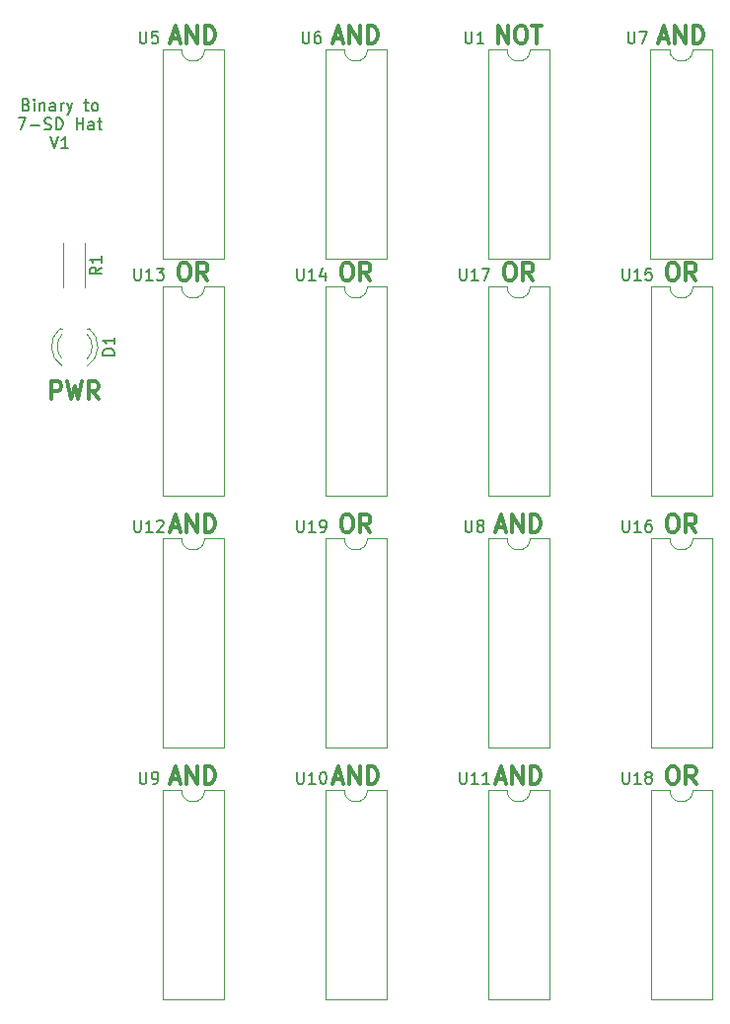
<source format=gto>
%TF.GenerationSoftware,KiCad,Pcbnew,(6.0.9)*%
%TF.CreationDate,2025-05-26T15:32:57-04:00*%
%TF.ProjectId,Seven Segment Display,53657665-6e20-4536-9567-6d656e742044,1*%
%TF.SameCoordinates,Original*%
%TF.FileFunction,Legend,Top*%
%TF.FilePolarity,Positive*%
%FSLAX46Y46*%
G04 Gerber Fmt 4.6, Leading zero omitted, Abs format (unit mm)*
G04 Created by KiCad (PCBNEW (6.0.9)) date 2025-05-26 15:32:57*
%MOMM*%
%LPD*%
G01*
G04 APERTURE LIST*
%ADD10C,0.300000*%
%ADD11C,0.150000*%
%ADD12C,0.120000*%
%ADD13R,1.600000X1.600000*%
%ADD14O,1.600000X1.600000*%
%ADD15C,1.400000*%
%ADD16O,1.400000X1.400000*%
%ADD17R,1.800000X1.800000*%
%ADD18C,1.800000*%
%ADD19R,1.700000X1.700000*%
%ADD20O,1.700000X1.700000*%
G04 APERTURE END LIST*
D10*
X64147142Y-108200000D02*
X64861428Y-108200000D01*
X64004285Y-108628571D02*
X64504285Y-107128571D01*
X65004285Y-108628571D01*
X65504285Y-108628571D02*
X65504285Y-107128571D01*
X66361428Y-108628571D01*
X66361428Y-107128571D01*
X67075714Y-108628571D02*
X67075714Y-107128571D01*
X67432857Y-107128571D01*
X67647142Y-107200000D01*
X67790000Y-107342857D01*
X67861428Y-107485714D01*
X67932857Y-107771428D01*
X67932857Y-107985714D01*
X67861428Y-108271428D01*
X67790000Y-108414285D01*
X67647142Y-108557142D01*
X67432857Y-108628571D01*
X67075714Y-108628571D01*
X78117142Y-108200000D02*
X78831428Y-108200000D01*
X77974285Y-108628571D02*
X78474285Y-107128571D01*
X78974285Y-108628571D01*
X79474285Y-108628571D02*
X79474285Y-107128571D01*
X80331428Y-108628571D01*
X80331428Y-107128571D01*
X81045714Y-108628571D02*
X81045714Y-107128571D01*
X81402857Y-107128571D01*
X81617142Y-107200000D01*
X81760000Y-107342857D01*
X81831428Y-107485714D01*
X81902857Y-107771428D01*
X81902857Y-107985714D01*
X81831428Y-108271428D01*
X81760000Y-108414285D01*
X81617142Y-108557142D01*
X81402857Y-108628571D01*
X81045714Y-108628571D01*
X92087142Y-108200000D02*
X92801428Y-108200000D01*
X91944285Y-108628571D02*
X92444285Y-107128571D01*
X92944285Y-108628571D01*
X93444285Y-108628571D02*
X93444285Y-107128571D01*
X94301428Y-108628571D01*
X94301428Y-107128571D01*
X95015714Y-108628571D02*
X95015714Y-107128571D01*
X95372857Y-107128571D01*
X95587142Y-107200000D01*
X95730000Y-107342857D01*
X95801428Y-107485714D01*
X95872857Y-107771428D01*
X95872857Y-107985714D01*
X95801428Y-108271428D01*
X95730000Y-108414285D01*
X95587142Y-108557142D01*
X95372857Y-108628571D01*
X95015714Y-108628571D01*
X107067142Y-107128571D02*
X107352857Y-107128571D01*
X107495714Y-107200000D01*
X107638571Y-107342857D01*
X107710000Y-107628571D01*
X107710000Y-108128571D01*
X107638571Y-108414285D01*
X107495714Y-108557142D01*
X107352857Y-108628571D01*
X107067142Y-108628571D01*
X106924285Y-108557142D01*
X106781428Y-108414285D01*
X106710000Y-108128571D01*
X106710000Y-107628571D01*
X106781428Y-107342857D01*
X106924285Y-107200000D01*
X107067142Y-107128571D01*
X109210000Y-108628571D02*
X108710000Y-107914285D01*
X108352857Y-108628571D02*
X108352857Y-107128571D01*
X108924285Y-107128571D01*
X109067142Y-107200000D01*
X109138571Y-107271428D01*
X109210000Y-107414285D01*
X109210000Y-107628571D01*
X109138571Y-107771428D01*
X109067142Y-107842857D01*
X108924285Y-107914285D01*
X108352857Y-107914285D01*
X64147142Y-86610000D02*
X64861428Y-86610000D01*
X64004285Y-87038571D02*
X64504285Y-85538571D01*
X65004285Y-87038571D01*
X65504285Y-87038571D02*
X65504285Y-85538571D01*
X66361428Y-87038571D01*
X66361428Y-85538571D01*
X67075714Y-87038571D02*
X67075714Y-85538571D01*
X67432857Y-85538571D01*
X67647142Y-85610000D01*
X67790000Y-85752857D01*
X67861428Y-85895714D01*
X67932857Y-86181428D01*
X67932857Y-86395714D01*
X67861428Y-86681428D01*
X67790000Y-86824285D01*
X67647142Y-86967142D01*
X67432857Y-87038571D01*
X67075714Y-87038571D01*
X79117142Y-85538571D02*
X79402857Y-85538571D01*
X79545714Y-85610000D01*
X79688571Y-85752857D01*
X79760000Y-86038571D01*
X79760000Y-86538571D01*
X79688571Y-86824285D01*
X79545714Y-86967142D01*
X79402857Y-87038571D01*
X79117142Y-87038571D01*
X78974285Y-86967142D01*
X78831428Y-86824285D01*
X78760000Y-86538571D01*
X78760000Y-86038571D01*
X78831428Y-85752857D01*
X78974285Y-85610000D01*
X79117142Y-85538571D01*
X81260000Y-87038571D02*
X80760000Y-86324285D01*
X80402857Y-87038571D02*
X80402857Y-85538571D01*
X80974285Y-85538571D01*
X81117142Y-85610000D01*
X81188571Y-85681428D01*
X81260000Y-85824285D01*
X81260000Y-86038571D01*
X81188571Y-86181428D01*
X81117142Y-86252857D01*
X80974285Y-86324285D01*
X80402857Y-86324285D01*
X92087142Y-86610000D02*
X92801428Y-86610000D01*
X91944285Y-87038571D02*
X92444285Y-85538571D01*
X92944285Y-87038571D01*
X93444285Y-87038571D02*
X93444285Y-85538571D01*
X94301428Y-87038571D01*
X94301428Y-85538571D01*
X95015714Y-87038571D02*
X95015714Y-85538571D01*
X95372857Y-85538571D01*
X95587142Y-85610000D01*
X95730000Y-85752857D01*
X95801428Y-85895714D01*
X95872857Y-86181428D01*
X95872857Y-86395714D01*
X95801428Y-86681428D01*
X95730000Y-86824285D01*
X95587142Y-86967142D01*
X95372857Y-87038571D01*
X95015714Y-87038571D01*
X107057142Y-85538571D02*
X107342857Y-85538571D01*
X107485714Y-85610000D01*
X107628571Y-85752857D01*
X107700000Y-86038571D01*
X107700000Y-86538571D01*
X107628571Y-86824285D01*
X107485714Y-86967142D01*
X107342857Y-87038571D01*
X107057142Y-87038571D01*
X106914285Y-86967142D01*
X106771428Y-86824285D01*
X106700000Y-86538571D01*
X106700000Y-86038571D01*
X106771428Y-85752857D01*
X106914285Y-85610000D01*
X107057142Y-85538571D01*
X109200000Y-87038571D02*
X108700000Y-86324285D01*
X108342857Y-87038571D02*
X108342857Y-85538571D01*
X108914285Y-85538571D01*
X109057142Y-85610000D01*
X109128571Y-85681428D01*
X109200000Y-85824285D01*
X109200000Y-86038571D01*
X109128571Y-86181428D01*
X109057142Y-86252857D01*
X108914285Y-86324285D01*
X108342857Y-86324285D01*
X107057142Y-63948571D02*
X107342857Y-63948571D01*
X107485714Y-64020000D01*
X107628571Y-64162857D01*
X107700000Y-64448571D01*
X107700000Y-64948571D01*
X107628571Y-65234285D01*
X107485714Y-65377142D01*
X107342857Y-65448571D01*
X107057142Y-65448571D01*
X106914285Y-65377142D01*
X106771428Y-65234285D01*
X106700000Y-64948571D01*
X106700000Y-64448571D01*
X106771428Y-64162857D01*
X106914285Y-64020000D01*
X107057142Y-63948571D01*
X109200000Y-65448571D02*
X108700000Y-64734285D01*
X108342857Y-65448571D02*
X108342857Y-63948571D01*
X108914285Y-63948571D01*
X109057142Y-64020000D01*
X109128571Y-64091428D01*
X109200000Y-64234285D01*
X109200000Y-64448571D01*
X109128571Y-64591428D01*
X109057142Y-64662857D01*
X108914285Y-64734285D01*
X108342857Y-64734285D01*
X93087142Y-63948571D02*
X93372857Y-63948571D01*
X93515714Y-64020000D01*
X93658571Y-64162857D01*
X93730000Y-64448571D01*
X93730000Y-64948571D01*
X93658571Y-65234285D01*
X93515714Y-65377142D01*
X93372857Y-65448571D01*
X93087142Y-65448571D01*
X92944285Y-65377142D01*
X92801428Y-65234285D01*
X92730000Y-64948571D01*
X92730000Y-64448571D01*
X92801428Y-64162857D01*
X92944285Y-64020000D01*
X93087142Y-63948571D01*
X95230000Y-65448571D02*
X94730000Y-64734285D01*
X94372857Y-65448571D02*
X94372857Y-63948571D01*
X94944285Y-63948571D01*
X95087142Y-64020000D01*
X95158571Y-64091428D01*
X95230000Y-64234285D01*
X95230000Y-64448571D01*
X95158571Y-64591428D01*
X95087142Y-64662857D01*
X94944285Y-64734285D01*
X94372857Y-64734285D01*
X79117142Y-63948571D02*
X79402857Y-63948571D01*
X79545714Y-64020000D01*
X79688571Y-64162857D01*
X79760000Y-64448571D01*
X79760000Y-64948571D01*
X79688571Y-65234285D01*
X79545714Y-65377142D01*
X79402857Y-65448571D01*
X79117142Y-65448571D01*
X78974285Y-65377142D01*
X78831428Y-65234285D01*
X78760000Y-64948571D01*
X78760000Y-64448571D01*
X78831428Y-64162857D01*
X78974285Y-64020000D01*
X79117142Y-63948571D01*
X81260000Y-65448571D02*
X80760000Y-64734285D01*
X80402857Y-65448571D02*
X80402857Y-63948571D01*
X80974285Y-63948571D01*
X81117142Y-64020000D01*
X81188571Y-64091428D01*
X81260000Y-64234285D01*
X81260000Y-64448571D01*
X81188571Y-64591428D01*
X81117142Y-64662857D01*
X80974285Y-64734285D01*
X80402857Y-64734285D01*
X65147142Y-63948571D02*
X65432857Y-63948571D01*
X65575714Y-64020000D01*
X65718571Y-64162857D01*
X65790000Y-64448571D01*
X65790000Y-64948571D01*
X65718571Y-65234285D01*
X65575714Y-65377142D01*
X65432857Y-65448571D01*
X65147142Y-65448571D01*
X65004285Y-65377142D01*
X64861428Y-65234285D01*
X64790000Y-64948571D01*
X64790000Y-64448571D01*
X64861428Y-64162857D01*
X65004285Y-64020000D01*
X65147142Y-63948571D01*
X67290000Y-65448571D02*
X66790000Y-64734285D01*
X66432857Y-65448571D02*
X66432857Y-63948571D01*
X67004285Y-63948571D01*
X67147142Y-64020000D01*
X67218571Y-64091428D01*
X67290000Y-64234285D01*
X67290000Y-64448571D01*
X67218571Y-64591428D01*
X67147142Y-64662857D01*
X67004285Y-64734285D01*
X66432857Y-64734285D01*
X92194285Y-45128571D02*
X92194285Y-43628571D01*
X93051428Y-45128571D01*
X93051428Y-43628571D01*
X94051428Y-43628571D02*
X94337142Y-43628571D01*
X94480000Y-43700000D01*
X94622857Y-43842857D01*
X94694285Y-44128571D01*
X94694285Y-44628571D01*
X94622857Y-44914285D01*
X94480000Y-45057142D01*
X94337142Y-45128571D01*
X94051428Y-45128571D01*
X93908571Y-45057142D01*
X93765714Y-44914285D01*
X93694285Y-44628571D01*
X93694285Y-44128571D01*
X93765714Y-43842857D01*
X93908571Y-43700000D01*
X94051428Y-43628571D01*
X95122857Y-43628571D02*
X95980000Y-43628571D01*
X95551428Y-45128571D02*
X95551428Y-43628571D01*
X106057142Y-44700000D02*
X106771428Y-44700000D01*
X105914285Y-45128571D02*
X106414285Y-43628571D01*
X106914285Y-45128571D01*
X107414285Y-45128571D02*
X107414285Y-43628571D01*
X108271428Y-45128571D01*
X108271428Y-43628571D01*
X108985714Y-45128571D02*
X108985714Y-43628571D01*
X109342857Y-43628571D01*
X109557142Y-43700000D01*
X109700000Y-43842857D01*
X109771428Y-43985714D01*
X109842857Y-44271428D01*
X109842857Y-44485714D01*
X109771428Y-44771428D01*
X109700000Y-44914285D01*
X109557142Y-45057142D01*
X109342857Y-45128571D01*
X108985714Y-45128571D01*
X78117142Y-44700000D02*
X78831428Y-44700000D01*
X77974285Y-45128571D02*
X78474285Y-43628571D01*
X78974285Y-45128571D01*
X79474285Y-45128571D02*
X79474285Y-43628571D01*
X80331428Y-45128571D01*
X80331428Y-43628571D01*
X81045714Y-45128571D02*
X81045714Y-43628571D01*
X81402857Y-43628571D01*
X81617142Y-43700000D01*
X81760000Y-43842857D01*
X81831428Y-43985714D01*
X81902857Y-44271428D01*
X81902857Y-44485714D01*
X81831428Y-44771428D01*
X81760000Y-44914285D01*
X81617142Y-45057142D01*
X81402857Y-45128571D01*
X81045714Y-45128571D01*
X64147142Y-44700000D02*
X64861428Y-44700000D01*
X64004285Y-45128571D02*
X64504285Y-43628571D01*
X65004285Y-45128571D01*
X65504285Y-45128571D02*
X65504285Y-43628571D01*
X66361428Y-45128571D01*
X66361428Y-43628571D01*
X67075714Y-45128571D02*
X67075714Y-43628571D01*
X67432857Y-43628571D01*
X67647142Y-43700000D01*
X67790000Y-43842857D01*
X67861428Y-43985714D01*
X67932857Y-44271428D01*
X67932857Y-44485714D01*
X67861428Y-44771428D01*
X67790000Y-44914285D01*
X67647142Y-45057142D01*
X67432857Y-45128571D01*
X67075714Y-45128571D01*
D11*
X51729047Y-50388571D02*
X51871904Y-50436190D01*
X51919523Y-50483809D01*
X51967142Y-50579047D01*
X51967142Y-50721904D01*
X51919523Y-50817142D01*
X51871904Y-50864761D01*
X51776666Y-50912380D01*
X51395714Y-50912380D01*
X51395714Y-49912380D01*
X51729047Y-49912380D01*
X51824285Y-49960000D01*
X51871904Y-50007619D01*
X51919523Y-50102857D01*
X51919523Y-50198095D01*
X51871904Y-50293333D01*
X51824285Y-50340952D01*
X51729047Y-50388571D01*
X51395714Y-50388571D01*
X52395714Y-50912380D02*
X52395714Y-50245714D01*
X52395714Y-49912380D02*
X52348095Y-49960000D01*
X52395714Y-50007619D01*
X52443333Y-49960000D01*
X52395714Y-49912380D01*
X52395714Y-50007619D01*
X52871904Y-50245714D02*
X52871904Y-50912380D01*
X52871904Y-50340952D02*
X52919523Y-50293333D01*
X53014761Y-50245714D01*
X53157619Y-50245714D01*
X53252857Y-50293333D01*
X53300476Y-50388571D01*
X53300476Y-50912380D01*
X54205238Y-50912380D02*
X54205238Y-50388571D01*
X54157619Y-50293333D01*
X54062380Y-50245714D01*
X53871904Y-50245714D01*
X53776666Y-50293333D01*
X54205238Y-50864761D02*
X54110000Y-50912380D01*
X53871904Y-50912380D01*
X53776666Y-50864761D01*
X53729047Y-50769523D01*
X53729047Y-50674285D01*
X53776666Y-50579047D01*
X53871904Y-50531428D01*
X54110000Y-50531428D01*
X54205238Y-50483809D01*
X54681428Y-50912380D02*
X54681428Y-50245714D01*
X54681428Y-50436190D02*
X54729047Y-50340952D01*
X54776666Y-50293333D01*
X54871904Y-50245714D01*
X54967142Y-50245714D01*
X55205238Y-50245714D02*
X55443333Y-50912380D01*
X55681428Y-50245714D02*
X55443333Y-50912380D01*
X55348095Y-51150476D01*
X55300476Y-51198095D01*
X55205238Y-51245714D01*
X56681428Y-50245714D02*
X57062380Y-50245714D01*
X56824285Y-49912380D02*
X56824285Y-50769523D01*
X56871904Y-50864761D01*
X56967142Y-50912380D01*
X57062380Y-50912380D01*
X57538571Y-50912380D02*
X57443333Y-50864761D01*
X57395714Y-50817142D01*
X57348095Y-50721904D01*
X57348095Y-50436190D01*
X57395714Y-50340952D01*
X57443333Y-50293333D01*
X57538571Y-50245714D01*
X57681428Y-50245714D01*
X57776666Y-50293333D01*
X57824285Y-50340952D01*
X57871904Y-50436190D01*
X57871904Y-50721904D01*
X57824285Y-50817142D01*
X57776666Y-50864761D01*
X57681428Y-50912380D01*
X57538571Y-50912380D01*
X51038571Y-51522380D02*
X51705238Y-51522380D01*
X51276666Y-52522380D01*
X52086190Y-52141428D02*
X52848095Y-52141428D01*
X53276666Y-52474761D02*
X53419523Y-52522380D01*
X53657619Y-52522380D01*
X53752857Y-52474761D01*
X53800476Y-52427142D01*
X53848095Y-52331904D01*
X53848095Y-52236666D01*
X53800476Y-52141428D01*
X53752857Y-52093809D01*
X53657619Y-52046190D01*
X53467142Y-51998571D01*
X53371904Y-51950952D01*
X53324285Y-51903333D01*
X53276666Y-51808095D01*
X53276666Y-51712857D01*
X53324285Y-51617619D01*
X53371904Y-51570000D01*
X53467142Y-51522380D01*
X53705238Y-51522380D01*
X53848095Y-51570000D01*
X54276666Y-52522380D02*
X54276666Y-51522380D01*
X54514761Y-51522380D01*
X54657619Y-51570000D01*
X54752857Y-51665238D01*
X54800476Y-51760476D01*
X54848095Y-51950952D01*
X54848095Y-52093809D01*
X54800476Y-52284285D01*
X54752857Y-52379523D01*
X54657619Y-52474761D01*
X54514761Y-52522380D01*
X54276666Y-52522380D01*
X56038571Y-52522380D02*
X56038571Y-51522380D01*
X56038571Y-51998571D02*
X56610000Y-51998571D01*
X56610000Y-52522380D02*
X56610000Y-51522380D01*
X57514761Y-52522380D02*
X57514761Y-51998571D01*
X57467142Y-51903333D01*
X57371904Y-51855714D01*
X57181428Y-51855714D01*
X57086190Y-51903333D01*
X57514761Y-52474761D02*
X57419523Y-52522380D01*
X57181428Y-52522380D01*
X57086190Y-52474761D01*
X57038571Y-52379523D01*
X57038571Y-52284285D01*
X57086190Y-52189047D01*
X57181428Y-52141428D01*
X57419523Y-52141428D01*
X57514761Y-52093809D01*
X57848095Y-51855714D02*
X58229047Y-51855714D01*
X57990952Y-51522380D02*
X57990952Y-52379523D01*
X58038571Y-52474761D01*
X58133809Y-52522380D01*
X58229047Y-52522380D01*
X53800476Y-53132380D02*
X54133809Y-54132380D01*
X54467142Y-53132380D01*
X55324285Y-54132380D02*
X54752857Y-54132380D01*
X55038571Y-54132380D02*
X55038571Y-53132380D01*
X54943333Y-53275238D01*
X54848095Y-53370476D01*
X54752857Y-53418095D01*
D10*
X53880000Y-75608571D02*
X53880000Y-74108571D01*
X54451428Y-74108571D01*
X54594285Y-74180000D01*
X54665714Y-74251428D01*
X54737142Y-74394285D01*
X54737142Y-74608571D01*
X54665714Y-74751428D01*
X54594285Y-74822857D01*
X54451428Y-74894285D01*
X53880000Y-74894285D01*
X55237142Y-74108571D02*
X55594285Y-75608571D01*
X55880000Y-74537142D01*
X56165714Y-75608571D01*
X56522857Y-74108571D01*
X57951428Y-75608571D02*
X57451428Y-74894285D01*
X57094285Y-75608571D02*
X57094285Y-74108571D01*
X57665714Y-74108571D01*
X57808571Y-74180000D01*
X57880000Y-74251428D01*
X57951428Y-74394285D01*
X57951428Y-74608571D01*
X57880000Y-74751428D01*
X57808571Y-74822857D01*
X57665714Y-74894285D01*
X57094285Y-74894285D01*
D11*
%TO.C,U19*%
X74961904Y-86017380D02*
X74961904Y-86826904D01*
X75009523Y-86922142D01*
X75057142Y-86969761D01*
X75152380Y-87017380D01*
X75342857Y-87017380D01*
X75438095Y-86969761D01*
X75485714Y-86922142D01*
X75533333Y-86826904D01*
X75533333Y-86017380D01*
X76533333Y-87017380D02*
X75961904Y-87017380D01*
X76247619Y-87017380D02*
X76247619Y-86017380D01*
X76152380Y-86160238D01*
X76057142Y-86255476D01*
X75961904Y-86303095D01*
X77009523Y-87017380D02*
X77200000Y-87017380D01*
X77295238Y-86969761D01*
X77342857Y-86922142D01*
X77438095Y-86779285D01*
X77485714Y-86588809D01*
X77485714Y-86207857D01*
X77438095Y-86112619D01*
X77390476Y-86065000D01*
X77295238Y-86017380D01*
X77104761Y-86017380D01*
X77009523Y-86065000D01*
X76961904Y-86112619D01*
X76914285Y-86207857D01*
X76914285Y-86445952D01*
X76961904Y-86541190D01*
X77009523Y-86588809D01*
X77104761Y-86636428D01*
X77295238Y-86636428D01*
X77390476Y-86588809D01*
X77438095Y-86541190D01*
X77485714Y-86445952D01*
%TO.C,U18*%
X102901904Y-107607380D02*
X102901904Y-108416904D01*
X102949523Y-108512142D01*
X102997142Y-108559761D01*
X103092380Y-108607380D01*
X103282857Y-108607380D01*
X103378095Y-108559761D01*
X103425714Y-108512142D01*
X103473333Y-108416904D01*
X103473333Y-107607380D01*
X104473333Y-108607380D02*
X103901904Y-108607380D01*
X104187619Y-108607380D02*
X104187619Y-107607380D01*
X104092380Y-107750238D01*
X103997142Y-107845476D01*
X103901904Y-107893095D01*
X105044761Y-108035952D02*
X104949523Y-107988333D01*
X104901904Y-107940714D01*
X104854285Y-107845476D01*
X104854285Y-107797857D01*
X104901904Y-107702619D01*
X104949523Y-107655000D01*
X105044761Y-107607380D01*
X105235238Y-107607380D01*
X105330476Y-107655000D01*
X105378095Y-107702619D01*
X105425714Y-107797857D01*
X105425714Y-107845476D01*
X105378095Y-107940714D01*
X105330476Y-107988333D01*
X105235238Y-108035952D01*
X105044761Y-108035952D01*
X104949523Y-108083571D01*
X104901904Y-108131190D01*
X104854285Y-108226428D01*
X104854285Y-108416904D01*
X104901904Y-108512142D01*
X104949523Y-108559761D01*
X105044761Y-108607380D01*
X105235238Y-108607380D01*
X105330476Y-108559761D01*
X105378095Y-108512142D01*
X105425714Y-108416904D01*
X105425714Y-108226428D01*
X105378095Y-108131190D01*
X105330476Y-108083571D01*
X105235238Y-108035952D01*
%TO.C,U17*%
X88931904Y-64427380D02*
X88931904Y-65236904D01*
X88979523Y-65332142D01*
X89027142Y-65379761D01*
X89122380Y-65427380D01*
X89312857Y-65427380D01*
X89408095Y-65379761D01*
X89455714Y-65332142D01*
X89503333Y-65236904D01*
X89503333Y-64427380D01*
X90503333Y-65427380D02*
X89931904Y-65427380D01*
X90217619Y-65427380D02*
X90217619Y-64427380D01*
X90122380Y-64570238D01*
X90027142Y-64665476D01*
X89931904Y-64713095D01*
X90836666Y-64427380D02*
X91503333Y-64427380D01*
X91074761Y-65427380D01*
%TO.C,U16*%
X102901904Y-86017380D02*
X102901904Y-86826904D01*
X102949523Y-86922142D01*
X102997142Y-86969761D01*
X103092380Y-87017380D01*
X103282857Y-87017380D01*
X103378095Y-86969761D01*
X103425714Y-86922142D01*
X103473333Y-86826904D01*
X103473333Y-86017380D01*
X104473333Y-87017380D02*
X103901904Y-87017380D01*
X104187619Y-87017380D02*
X104187619Y-86017380D01*
X104092380Y-86160238D01*
X103997142Y-86255476D01*
X103901904Y-86303095D01*
X105330476Y-86017380D02*
X105140000Y-86017380D01*
X105044761Y-86065000D01*
X104997142Y-86112619D01*
X104901904Y-86255476D01*
X104854285Y-86445952D01*
X104854285Y-86826904D01*
X104901904Y-86922142D01*
X104949523Y-86969761D01*
X105044761Y-87017380D01*
X105235238Y-87017380D01*
X105330476Y-86969761D01*
X105378095Y-86922142D01*
X105425714Y-86826904D01*
X105425714Y-86588809D01*
X105378095Y-86493571D01*
X105330476Y-86445952D01*
X105235238Y-86398333D01*
X105044761Y-86398333D01*
X104949523Y-86445952D01*
X104901904Y-86493571D01*
X104854285Y-86588809D01*
%TO.C,U15*%
X102901904Y-64427380D02*
X102901904Y-65236904D01*
X102949523Y-65332142D01*
X102997142Y-65379761D01*
X103092380Y-65427380D01*
X103282857Y-65427380D01*
X103378095Y-65379761D01*
X103425714Y-65332142D01*
X103473333Y-65236904D01*
X103473333Y-64427380D01*
X104473333Y-65427380D02*
X103901904Y-65427380D01*
X104187619Y-65427380D02*
X104187619Y-64427380D01*
X104092380Y-64570238D01*
X103997142Y-64665476D01*
X103901904Y-64713095D01*
X105378095Y-64427380D02*
X104901904Y-64427380D01*
X104854285Y-64903571D01*
X104901904Y-64855952D01*
X104997142Y-64808333D01*
X105235238Y-64808333D01*
X105330476Y-64855952D01*
X105378095Y-64903571D01*
X105425714Y-64998809D01*
X105425714Y-65236904D01*
X105378095Y-65332142D01*
X105330476Y-65379761D01*
X105235238Y-65427380D01*
X104997142Y-65427380D01*
X104901904Y-65379761D01*
X104854285Y-65332142D01*
%TO.C,U14*%
X74961904Y-64427380D02*
X74961904Y-65236904D01*
X75009523Y-65332142D01*
X75057142Y-65379761D01*
X75152380Y-65427380D01*
X75342857Y-65427380D01*
X75438095Y-65379761D01*
X75485714Y-65332142D01*
X75533333Y-65236904D01*
X75533333Y-64427380D01*
X76533333Y-65427380D02*
X75961904Y-65427380D01*
X76247619Y-65427380D02*
X76247619Y-64427380D01*
X76152380Y-64570238D01*
X76057142Y-64665476D01*
X75961904Y-64713095D01*
X77390476Y-64760714D02*
X77390476Y-65427380D01*
X77152380Y-64379761D02*
X76914285Y-65094047D01*
X77533333Y-65094047D01*
%TO.C,U13*%
X60991904Y-64427380D02*
X60991904Y-65236904D01*
X61039523Y-65332142D01*
X61087142Y-65379761D01*
X61182380Y-65427380D01*
X61372857Y-65427380D01*
X61468095Y-65379761D01*
X61515714Y-65332142D01*
X61563333Y-65236904D01*
X61563333Y-64427380D01*
X62563333Y-65427380D02*
X61991904Y-65427380D01*
X62277619Y-65427380D02*
X62277619Y-64427380D01*
X62182380Y-64570238D01*
X62087142Y-64665476D01*
X61991904Y-64713095D01*
X62896666Y-64427380D02*
X63515714Y-64427380D01*
X63182380Y-64808333D01*
X63325238Y-64808333D01*
X63420476Y-64855952D01*
X63468095Y-64903571D01*
X63515714Y-64998809D01*
X63515714Y-65236904D01*
X63468095Y-65332142D01*
X63420476Y-65379761D01*
X63325238Y-65427380D01*
X63039523Y-65427380D01*
X62944285Y-65379761D01*
X62896666Y-65332142D01*
%TO.C,U12*%
X60991904Y-86017380D02*
X60991904Y-86826904D01*
X61039523Y-86922142D01*
X61087142Y-86969761D01*
X61182380Y-87017380D01*
X61372857Y-87017380D01*
X61468095Y-86969761D01*
X61515714Y-86922142D01*
X61563333Y-86826904D01*
X61563333Y-86017380D01*
X62563333Y-87017380D02*
X61991904Y-87017380D01*
X62277619Y-87017380D02*
X62277619Y-86017380D01*
X62182380Y-86160238D01*
X62087142Y-86255476D01*
X61991904Y-86303095D01*
X62944285Y-86112619D02*
X62991904Y-86065000D01*
X63087142Y-86017380D01*
X63325238Y-86017380D01*
X63420476Y-86065000D01*
X63468095Y-86112619D01*
X63515714Y-86207857D01*
X63515714Y-86303095D01*
X63468095Y-86445952D01*
X62896666Y-87017380D01*
X63515714Y-87017380D01*
%TO.C,U11*%
X88931904Y-107607380D02*
X88931904Y-108416904D01*
X88979523Y-108512142D01*
X89027142Y-108559761D01*
X89122380Y-108607380D01*
X89312857Y-108607380D01*
X89408095Y-108559761D01*
X89455714Y-108512142D01*
X89503333Y-108416904D01*
X89503333Y-107607380D01*
X90503333Y-108607380D02*
X89931904Y-108607380D01*
X90217619Y-108607380D02*
X90217619Y-107607380D01*
X90122380Y-107750238D01*
X90027142Y-107845476D01*
X89931904Y-107893095D01*
X91455714Y-108607380D02*
X90884285Y-108607380D01*
X91170000Y-108607380D02*
X91170000Y-107607380D01*
X91074761Y-107750238D01*
X90979523Y-107845476D01*
X90884285Y-107893095D01*
%TO.C,U10*%
X74961904Y-107607380D02*
X74961904Y-108416904D01*
X75009523Y-108512142D01*
X75057142Y-108559761D01*
X75152380Y-108607380D01*
X75342857Y-108607380D01*
X75438095Y-108559761D01*
X75485714Y-108512142D01*
X75533333Y-108416904D01*
X75533333Y-107607380D01*
X76533333Y-108607380D02*
X75961904Y-108607380D01*
X76247619Y-108607380D02*
X76247619Y-107607380D01*
X76152380Y-107750238D01*
X76057142Y-107845476D01*
X75961904Y-107893095D01*
X77152380Y-107607380D02*
X77247619Y-107607380D01*
X77342857Y-107655000D01*
X77390476Y-107702619D01*
X77438095Y-107797857D01*
X77485714Y-107988333D01*
X77485714Y-108226428D01*
X77438095Y-108416904D01*
X77390476Y-108512142D01*
X77342857Y-108559761D01*
X77247619Y-108607380D01*
X77152380Y-108607380D01*
X77057142Y-108559761D01*
X77009523Y-108512142D01*
X76961904Y-108416904D01*
X76914285Y-108226428D01*
X76914285Y-107988333D01*
X76961904Y-107797857D01*
X77009523Y-107702619D01*
X77057142Y-107655000D01*
X77152380Y-107607380D01*
%TO.C,U9*%
X61468095Y-107607380D02*
X61468095Y-108416904D01*
X61515714Y-108512142D01*
X61563333Y-108559761D01*
X61658571Y-108607380D01*
X61849047Y-108607380D01*
X61944285Y-108559761D01*
X61991904Y-108512142D01*
X62039523Y-108416904D01*
X62039523Y-107607380D01*
X62563333Y-108607380D02*
X62753809Y-108607380D01*
X62849047Y-108559761D01*
X62896666Y-108512142D01*
X62991904Y-108369285D01*
X63039523Y-108178809D01*
X63039523Y-107797857D01*
X62991904Y-107702619D01*
X62944285Y-107655000D01*
X62849047Y-107607380D01*
X62658571Y-107607380D01*
X62563333Y-107655000D01*
X62515714Y-107702619D01*
X62468095Y-107797857D01*
X62468095Y-108035952D01*
X62515714Y-108131190D01*
X62563333Y-108178809D01*
X62658571Y-108226428D01*
X62849047Y-108226428D01*
X62944285Y-108178809D01*
X62991904Y-108131190D01*
X63039523Y-108035952D01*
%TO.C,U8*%
X89408095Y-86017380D02*
X89408095Y-86826904D01*
X89455714Y-86922142D01*
X89503333Y-86969761D01*
X89598571Y-87017380D01*
X89789047Y-87017380D01*
X89884285Y-86969761D01*
X89931904Y-86922142D01*
X89979523Y-86826904D01*
X89979523Y-86017380D01*
X90598571Y-86445952D02*
X90503333Y-86398333D01*
X90455714Y-86350714D01*
X90408095Y-86255476D01*
X90408095Y-86207857D01*
X90455714Y-86112619D01*
X90503333Y-86065000D01*
X90598571Y-86017380D01*
X90789047Y-86017380D01*
X90884285Y-86065000D01*
X90931904Y-86112619D01*
X90979523Y-86207857D01*
X90979523Y-86255476D01*
X90931904Y-86350714D01*
X90884285Y-86398333D01*
X90789047Y-86445952D01*
X90598571Y-86445952D01*
X90503333Y-86493571D01*
X90455714Y-86541190D01*
X90408095Y-86636428D01*
X90408095Y-86826904D01*
X90455714Y-86922142D01*
X90503333Y-86969761D01*
X90598571Y-87017380D01*
X90789047Y-87017380D01*
X90884285Y-86969761D01*
X90931904Y-86922142D01*
X90979523Y-86826904D01*
X90979523Y-86636428D01*
X90931904Y-86541190D01*
X90884285Y-86493571D01*
X90789047Y-86445952D01*
%TO.C,U7*%
X103368095Y-44107380D02*
X103368095Y-44916904D01*
X103415714Y-45012142D01*
X103463333Y-45059761D01*
X103558571Y-45107380D01*
X103749047Y-45107380D01*
X103844285Y-45059761D01*
X103891904Y-45012142D01*
X103939523Y-44916904D01*
X103939523Y-44107380D01*
X104320476Y-44107380D02*
X104987142Y-44107380D01*
X104558571Y-45107380D01*
%TO.C,U6*%
X75438095Y-44107380D02*
X75438095Y-44916904D01*
X75485714Y-45012142D01*
X75533333Y-45059761D01*
X75628571Y-45107380D01*
X75819047Y-45107380D01*
X75914285Y-45059761D01*
X75961904Y-45012142D01*
X76009523Y-44916904D01*
X76009523Y-44107380D01*
X76914285Y-44107380D02*
X76723809Y-44107380D01*
X76628571Y-44155000D01*
X76580952Y-44202619D01*
X76485714Y-44345476D01*
X76438095Y-44535952D01*
X76438095Y-44916904D01*
X76485714Y-45012142D01*
X76533333Y-45059761D01*
X76628571Y-45107380D01*
X76819047Y-45107380D01*
X76914285Y-45059761D01*
X76961904Y-45012142D01*
X77009523Y-44916904D01*
X77009523Y-44678809D01*
X76961904Y-44583571D01*
X76914285Y-44535952D01*
X76819047Y-44488333D01*
X76628571Y-44488333D01*
X76533333Y-44535952D01*
X76485714Y-44583571D01*
X76438095Y-44678809D01*
%TO.C,U1*%
X89408095Y-44107380D02*
X89408095Y-44916904D01*
X89455714Y-45012142D01*
X89503333Y-45059761D01*
X89598571Y-45107380D01*
X89789047Y-45107380D01*
X89884285Y-45059761D01*
X89931904Y-45012142D01*
X89979523Y-44916904D01*
X89979523Y-44107380D01*
X90979523Y-45107380D02*
X90408095Y-45107380D01*
X90693809Y-45107380D02*
X90693809Y-44107380D01*
X90598571Y-44250238D01*
X90503333Y-44345476D01*
X90408095Y-44393095D01*
%TO.C,U5*%
X61468095Y-44107380D02*
X61468095Y-44916904D01*
X61515714Y-45012142D01*
X61563333Y-45059761D01*
X61658571Y-45107380D01*
X61849047Y-45107380D01*
X61944285Y-45059761D01*
X61991904Y-45012142D01*
X62039523Y-44916904D01*
X62039523Y-44107380D01*
X62991904Y-44107380D02*
X62515714Y-44107380D01*
X62468095Y-44583571D01*
X62515714Y-44535952D01*
X62610952Y-44488333D01*
X62849047Y-44488333D01*
X62944285Y-44535952D01*
X62991904Y-44583571D01*
X63039523Y-44678809D01*
X63039523Y-44916904D01*
X62991904Y-45012142D01*
X62944285Y-45059761D01*
X62849047Y-45107380D01*
X62610952Y-45107380D01*
X62515714Y-45059761D01*
X62468095Y-45012142D01*
%TO.C,R1*%
X58182380Y-64326666D02*
X57706190Y-64660000D01*
X58182380Y-64898095D02*
X57182380Y-64898095D01*
X57182380Y-64517142D01*
X57230000Y-64421904D01*
X57277619Y-64374285D01*
X57372857Y-64326666D01*
X57515714Y-64326666D01*
X57610952Y-64374285D01*
X57658571Y-64421904D01*
X57706190Y-64517142D01*
X57706190Y-64898095D01*
X58182380Y-63374285D02*
X58182380Y-63945714D01*
X58182380Y-63660000D02*
X57182380Y-63660000D01*
X57325238Y-63755238D01*
X57420476Y-63850476D01*
X57468095Y-63945714D01*
%TO.C,D1*%
X59292380Y-71858095D02*
X58292380Y-71858095D01*
X58292380Y-71620000D01*
X58340000Y-71477142D01*
X58435238Y-71381904D01*
X58530476Y-71334285D01*
X58720952Y-71286666D01*
X58863809Y-71286666D01*
X59054285Y-71334285D01*
X59149523Y-71381904D01*
X59244761Y-71477142D01*
X59292380Y-71620000D01*
X59292380Y-71858095D01*
X59292380Y-70334285D02*
X59292380Y-70905714D01*
X59292380Y-70620000D02*
X58292380Y-70620000D01*
X58435238Y-70715238D01*
X58530476Y-70810476D01*
X58578095Y-70905714D01*
D12*
%TO.C,U19*%
X77370000Y-87565000D02*
X77370000Y-105465000D01*
X82670000Y-87565000D02*
X81020000Y-87565000D01*
X77370000Y-105465000D02*
X82670000Y-105465000D01*
X82670000Y-105465000D02*
X82670000Y-87565000D01*
X79020000Y-87565000D02*
X77370000Y-87565000D01*
X79020000Y-87565000D02*
G75*
G03*
X81020000Y-87565000I1000000J0D01*
G01*
%TO.C,U18*%
X105310000Y-109155000D02*
X105310000Y-127055000D01*
X110610000Y-109155000D02*
X108960000Y-109155000D01*
X105310000Y-127055000D02*
X110610000Y-127055000D01*
X110610000Y-127055000D02*
X110610000Y-109155000D01*
X106960000Y-109155000D02*
X105310000Y-109155000D01*
X106960000Y-109155000D02*
G75*
G03*
X108960000Y-109155000I1000000J0D01*
G01*
%TO.C,U17*%
X91340000Y-65975000D02*
X91340000Y-83875000D01*
X96640000Y-65975000D02*
X94990000Y-65975000D01*
X91340000Y-83875000D02*
X96640000Y-83875000D01*
X96640000Y-83875000D02*
X96640000Y-65975000D01*
X92990000Y-65975000D02*
X91340000Y-65975000D01*
X92990000Y-65975000D02*
G75*
G03*
X94990000Y-65975000I1000000J0D01*
G01*
%TO.C,U16*%
X105310000Y-87565000D02*
X105310000Y-105465000D01*
X110610000Y-87565000D02*
X108960000Y-87565000D01*
X105310000Y-105465000D02*
X110610000Y-105465000D01*
X110610000Y-105465000D02*
X110610000Y-87565000D01*
X106960000Y-87565000D02*
X105310000Y-87565000D01*
X106960000Y-87565000D02*
G75*
G03*
X108960000Y-87565000I1000000J0D01*
G01*
%TO.C,U15*%
X105310000Y-65975000D02*
X105310000Y-83875000D01*
X110610000Y-65975000D02*
X108960000Y-65975000D01*
X105310000Y-83875000D02*
X110610000Y-83875000D01*
X110610000Y-83875000D02*
X110610000Y-65975000D01*
X106960000Y-65975000D02*
X105310000Y-65975000D01*
X106960000Y-65975000D02*
G75*
G03*
X108960000Y-65975000I1000000J0D01*
G01*
%TO.C,U14*%
X77370000Y-65975000D02*
X77370000Y-83875000D01*
X82670000Y-65975000D02*
X81020000Y-65975000D01*
X77370000Y-83875000D02*
X82670000Y-83875000D01*
X82670000Y-83875000D02*
X82670000Y-65975000D01*
X79020000Y-65975000D02*
X77370000Y-65975000D01*
X79020000Y-65975000D02*
G75*
G03*
X81020000Y-65975000I1000000J0D01*
G01*
%TO.C,U13*%
X63400000Y-65975000D02*
X63400000Y-83875000D01*
X68700000Y-65975000D02*
X67050000Y-65975000D01*
X63400000Y-83875000D02*
X68700000Y-83875000D01*
X68700000Y-83875000D02*
X68700000Y-65975000D01*
X65050000Y-65975000D02*
X63400000Y-65975000D01*
X65050000Y-65975000D02*
G75*
G03*
X67050000Y-65975000I1000000J0D01*
G01*
%TO.C,U12*%
X63400000Y-87565000D02*
X63400000Y-105465000D01*
X68700000Y-87565000D02*
X67050000Y-87565000D01*
X63400000Y-105465000D02*
X68700000Y-105465000D01*
X68700000Y-105465000D02*
X68700000Y-87565000D01*
X65050000Y-87565000D02*
X63400000Y-87565000D01*
X65050000Y-87565000D02*
G75*
G03*
X67050000Y-87565000I1000000J0D01*
G01*
%TO.C,U11*%
X91340000Y-109155000D02*
X91340000Y-127055000D01*
X96640000Y-109155000D02*
X94990000Y-109155000D01*
X91340000Y-127055000D02*
X96640000Y-127055000D01*
X96640000Y-127055000D02*
X96640000Y-109155000D01*
X92990000Y-109155000D02*
X91340000Y-109155000D01*
X92990000Y-109155000D02*
G75*
G03*
X94990000Y-109155000I1000000J0D01*
G01*
%TO.C,U10*%
X77370000Y-109155000D02*
X77370000Y-127055000D01*
X82670000Y-109155000D02*
X81020000Y-109155000D01*
X77370000Y-127055000D02*
X82670000Y-127055000D01*
X82670000Y-127055000D02*
X82670000Y-109155000D01*
X79020000Y-109155000D02*
X77370000Y-109155000D01*
X79020000Y-109155000D02*
G75*
G03*
X81020000Y-109155000I1000000J0D01*
G01*
%TO.C,U9*%
X63400000Y-109155000D02*
X63400000Y-127055000D01*
X68700000Y-109155000D02*
X67050000Y-109155000D01*
X63400000Y-127055000D02*
X68700000Y-127055000D01*
X68700000Y-127055000D02*
X68700000Y-109155000D01*
X65050000Y-109155000D02*
X63400000Y-109155000D01*
X65050000Y-109155000D02*
G75*
G03*
X67050000Y-109155000I1000000J0D01*
G01*
%TO.C,U8*%
X91340000Y-87565000D02*
X91340000Y-105465000D01*
X96640000Y-87565000D02*
X94990000Y-87565000D01*
X91340000Y-105465000D02*
X96640000Y-105465000D01*
X96640000Y-105465000D02*
X96640000Y-87565000D01*
X92990000Y-87565000D02*
X91340000Y-87565000D01*
X92990000Y-87565000D02*
G75*
G03*
X94990000Y-87565000I1000000J0D01*
G01*
%TO.C,U7*%
X105300000Y-45655000D02*
X105300000Y-63555000D01*
X110600000Y-45655000D02*
X108950000Y-45655000D01*
X105300000Y-63555000D02*
X110600000Y-63555000D01*
X110600000Y-63555000D02*
X110600000Y-45655000D01*
X106950000Y-45655000D02*
X105300000Y-45655000D01*
X106950000Y-45655000D02*
G75*
G03*
X108950000Y-45655000I1000000J0D01*
G01*
%TO.C,U6*%
X77370000Y-45655000D02*
X77370000Y-63555000D01*
X82670000Y-45655000D02*
X81020000Y-45655000D01*
X77370000Y-63555000D02*
X82670000Y-63555000D01*
X82670000Y-63555000D02*
X82670000Y-45655000D01*
X79020000Y-45655000D02*
X77370000Y-45655000D01*
X79020000Y-45655000D02*
G75*
G03*
X81020000Y-45655000I1000000J0D01*
G01*
%TO.C,U1*%
X91340000Y-45655000D02*
X91340000Y-63555000D01*
X96640000Y-45655000D02*
X94990000Y-45655000D01*
X91340000Y-63555000D02*
X96640000Y-63555000D01*
X96640000Y-63555000D02*
X96640000Y-45655000D01*
X92990000Y-45655000D02*
X91340000Y-45655000D01*
X92990000Y-45655000D02*
G75*
G03*
X94990000Y-45655000I1000000J0D01*
G01*
%TO.C,U5*%
X63400000Y-45655000D02*
X63400000Y-63555000D01*
X68700000Y-45655000D02*
X67050000Y-45655000D01*
X63400000Y-63555000D02*
X68700000Y-63555000D01*
X68700000Y-63555000D02*
X68700000Y-45655000D01*
X65050000Y-45655000D02*
X63400000Y-45655000D01*
X65050000Y-45655000D02*
G75*
G03*
X67050000Y-45655000I1000000J0D01*
G01*
%TO.C,R1*%
X54890000Y-62240000D02*
X54890000Y-66080000D01*
X56730000Y-62240000D02*
X56730000Y-66080000D01*
%TO.C,D1*%
X57116000Y-69560000D02*
X56960000Y-69560000D01*
X54800000Y-69560000D02*
X54644000Y-69560000D01*
X56959837Y-72161130D02*
G75*
G03*
X56960000Y-70079039I-1079837J1041130D01*
G01*
X54644484Y-69560000D02*
G75*
G03*
X54801392Y-72792335I1235516J-1560000D01*
G01*
X54800000Y-70079039D02*
G75*
G03*
X54800163Y-72161130I1080000J-1040961D01*
G01*
X56958608Y-72792335D02*
G75*
G03*
X57115516Y-69560000I-1078608J1672335D01*
G01*
%TD*%
%LPC*%
D13*
%TO.C,U19*%
X76210000Y-88895000D03*
D14*
X76210000Y-91435000D03*
X76210000Y-93975000D03*
X76210000Y-96515000D03*
X76210000Y-99055000D03*
X76210000Y-101595000D03*
X76210000Y-104135000D03*
X83830000Y-104135000D03*
X83830000Y-101595000D03*
X83830000Y-99055000D03*
X83830000Y-96515000D03*
X83830000Y-93975000D03*
X83830000Y-91435000D03*
X83830000Y-88895000D03*
%TD*%
D13*
%TO.C,U18*%
X104150000Y-110485000D03*
D14*
X104150000Y-113025000D03*
X104150000Y-115565000D03*
X104150000Y-118105000D03*
X104150000Y-120645000D03*
X104150000Y-123185000D03*
X104150000Y-125725000D03*
X111770000Y-125725000D03*
X111770000Y-123185000D03*
X111770000Y-120645000D03*
X111770000Y-118105000D03*
X111770000Y-115565000D03*
X111770000Y-113025000D03*
X111770000Y-110485000D03*
%TD*%
D13*
%TO.C,U17*%
X90180000Y-67305000D03*
D14*
X90180000Y-69845000D03*
X90180000Y-72385000D03*
X90180000Y-74925000D03*
X90180000Y-77465000D03*
X90180000Y-80005000D03*
X90180000Y-82545000D03*
X97800000Y-82545000D03*
X97800000Y-80005000D03*
X97800000Y-77465000D03*
X97800000Y-74925000D03*
X97800000Y-72385000D03*
X97800000Y-69845000D03*
X97800000Y-67305000D03*
%TD*%
D13*
%TO.C,U16*%
X104150000Y-88895000D03*
D14*
X104150000Y-91435000D03*
X104150000Y-93975000D03*
X104150000Y-96515000D03*
X104150000Y-99055000D03*
X104150000Y-101595000D03*
X104150000Y-104135000D03*
X111770000Y-104135000D03*
X111770000Y-101595000D03*
X111770000Y-99055000D03*
X111770000Y-96515000D03*
X111770000Y-93975000D03*
X111770000Y-91435000D03*
X111770000Y-88895000D03*
%TD*%
D13*
%TO.C,U15*%
X104150000Y-67305000D03*
D14*
X104150000Y-69845000D03*
X104150000Y-72385000D03*
X104150000Y-74925000D03*
X104150000Y-77465000D03*
X104150000Y-80005000D03*
X104150000Y-82545000D03*
X111770000Y-82545000D03*
X111770000Y-80005000D03*
X111770000Y-77465000D03*
X111770000Y-74925000D03*
X111770000Y-72385000D03*
X111770000Y-69845000D03*
X111770000Y-67305000D03*
%TD*%
D13*
%TO.C,U14*%
X76210000Y-67305000D03*
D14*
X76210000Y-69845000D03*
X76210000Y-72385000D03*
X76210000Y-74925000D03*
X76210000Y-77465000D03*
X76210000Y-80005000D03*
X76210000Y-82545000D03*
X83830000Y-82545000D03*
X83830000Y-80005000D03*
X83830000Y-77465000D03*
X83830000Y-74925000D03*
X83830000Y-72385000D03*
X83830000Y-69845000D03*
X83830000Y-67305000D03*
%TD*%
D13*
%TO.C,U13*%
X62240000Y-67305000D03*
D14*
X62240000Y-69845000D03*
X62240000Y-72385000D03*
X62240000Y-74925000D03*
X62240000Y-77465000D03*
X62240000Y-80005000D03*
X62240000Y-82545000D03*
X69860000Y-82545000D03*
X69860000Y-80005000D03*
X69860000Y-77465000D03*
X69860000Y-74925000D03*
X69860000Y-72385000D03*
X69860000Y-69845000D03*
X69860000Y-67305000D03*
%TD*%
D13*
%TO.C,U12*%
X62240000Y-88895000D03*
D14*
X62240000Y-91435000D03*
X62240000Y-93975000D03*
X62240000Y-96515000D03*
X62240000Y-99055000D03*
X62240000Y-101595000D03*
X62240000Y-104135000D03*
X69860000Y-104135000D03*
X69860000Y-101595000D03*
X69860000Y-99055000D03*
X69860000Y-96515000D03*
X69860000Y-93975000D03*
X69860000Y-91435000D03*
X69860000Y-88895000D03*
%TD*%
D13*
%TO.C,U11*%
X90180000Y-110485000D03*
D14*
X90180000Y-113025000D03*
X90180000Y-115565000D03*
X90180000Y-118105000D03*
X90180000Y-120645000D03*
X90180000Y-123185000D03*
X90180000Y-125725000D03*
X97800000Y-125725000D03*
X97800000Y-123185000D03*
X97800000Y-120645000D03*
X97800000Y-118105000D03*
X97800000Y-115565000D03*
X97800000Y-113025000D03*
X97800000Y-110485000D03*
%TD*%
D13*
%TO.C,U10*%
X76210000Y-110485000D03*
D14*
X76210000Y-113025000D03*
X76210000Y-115565000D03*
X76210000Y-118105000D03*
X76210000Y-120645000D03*
X76210000Y-123185000D03*
X76210000Y-125725000D03*
X83830000Y-125725000D03*
X83830000Y-123185000D03*
X83830000Y-120645000D03*
X83830000Y-118105000D03*
X83830000Y-115565000D03*
X83830000Y-113025000D03*
X83830000Y-110485000D03*
%TD*%
D13*
%TO.C,U9*%
X62240000Y-110485000D03*
D14*
X62240000Y-113025000D03*
X62240000Y-115565000D03*
X62240000Y-118105000D03*
X62240000Y-120645000D03*
X62240000Y-123185000D03*
X62240000Y-125725000D03*
X69860000Y-125725000D03*
X69860000Y-123185000D03*
X69860000Y-120645000D03*
X69860000Y-118105000D03*
X69860000Y-115565000D03*
X69860000Y-113025000D03*
X69860000Y-110485000D03*
%TD*%
D13*
%TO.C,U8*%
X90180000Y-88895000D03*
D14*
X90180000Y-91435000D03*
X90180000Y-93975000D03*
X90180000Y-96515000D03*
X90180000Y-99055000D03*
X90180000Y-101595000D03*
X90180000Y-104135000D03*
X97800000Y-104135000D03*
X97800000Y-101595000D03*
X97800000Y-99055000D03*
X97800000Y-96515000D03*
X97800000Y-93975000D03*
X97800000Y-91435000D03*
X97800000Y-88895000D03*
%TD*%
D13*
%TO.C,U7*%
X104140000Y-46985000D03*
D14*
X104140000Y-49525000D03*
X104140000Y-52065000D03*
X104140000Y-54605000D03*
X104140000Y-57145000D03*
X104140000Y-59685000D03*
X104140000Y-62225000D03*
X111760000Y-62225000D03*
X111760000Y-59685000D03*
X111760000Y-57145000D03*
X111760000Y-54605000D03*
X111760000Y-52065000D03*
X111760000Y-49525000D03*
X111760000Y-46985000D03*
%TD*%
D13*
%TO.C,U6*%
X76210000Y-46985000D03*
D14*
X76210000Y-49525000D03*
X76210000Y-52065000D03*
X76210000Y-54605000D03*
X76210000Y-57145000D03*
X76210000Y-59685000D03*
X76210000Y-62225000D03*
X83830000Y-62225000D03*
X83830000Y-59685000D03*
X83830000Y-57145000D03*
X83830000Y-54605000D03*
X83830000Y-52065000D03*
X83830000Y-49525000D03*
X83830000Y-46985000D03*
%TD*%
D13*
%TO.C,U1*%
X90180000Y-46985000D03*
D14*
X90180000Y-49525000D03*
X90180000Y-52065000D03*
X90180000Y-54605000D03*
X90180000Y-57145000D03*
X90180000Y-59685000D03*
X90180000Y-62225000D03*
X97800000Y-62225000D03*
X97800000Y-59685000D03*
X97800000Y-57145000D03*
X97800000Y-54605000D03*
X97800000Y-52065000D03*
X97800000Y-49525000D03*
X97800000Y-46985000D03*
%TD*%
D13*
%TO.C,U5*%
X62240000Y-46985000D03*
D14*
X62240000Y-49525000D03*
X62240000Y-52065000D03*
X62240000Y-54605000D03*
X62240000Y-57145000D03*
X62240000Y-59685000D03*
X62240000Y-62225000D03*
X69860000Y-62225000D03*
X69860000Y-59685000D03*
X69860000Y-57145000D03*
X69860000Y-54605000D03*
X69860000Y-52065000D03*
X69860000Y-49525000D03*
X69860000Y-46985000D03*
%TD*%
D15*
%TO.C,R1*%
X55810000Y-61620000D03*
D16*
X55810000Y-66700000D03*
%TD*%
D17*
%TO.C,D1*%
X55880000Y-69850000D03*
D18*
X55880000Y-72390000D03*
%TD*%
D19*
%TO.C,J1*%
X53340000Y-80010000D03*
D20*
X53340000Y-82550000D03*
X53340000Y-85090000D03*
X53340000Y-87630000D03*
X53340000Y-90170000D03*
X53340000Y-92710000D03*
%TD*%
%TO.C,J2*%
X119380000Y-92705000D03*
X119380000Y-90165000D03*
X119380000Y-87625000D03*
X119380000Y-85085000D03*
X119380000Y-82545000D03*
X119380000Y-80005000D03*
D19*
X119380000Y-77465000D03*
%TD*%
M02*

</source>
